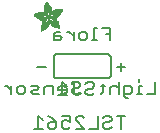
<source format=gbr>
G04 EAGLE Gerber RS-274X export*
G75*
%MOMM*%
%FSLAX34Y34*%
%LPD*%
%INSilkscreen Bottom*%
%IPPOS*%
%AMOC8*
5,1,8,0,0,1.08239X$1,22.5*%
G01*
%ADD10C,0.203200*%
%ADD11R,0.034300X0.003800*%
%ADD12R,0.057200X0.003800*%
%ADD13R,0.076200X0.003800*%
%ADD14R,0.091400X0.003800*%
%ADD15R,0.102900X0.003800*%
%ADD16R,0.114300X0.003900*%
%ADD17R,0.129500X0.003800*%
%ADD18R,0.137200X0.003800*%
%ADD19R,0.144800X0.003800*%
%ADD20R,0.152400X0.003800*%
%ADD21R,0.160000X0.003800*%
%ADD22R,0.171500X0.003800*%
%ADD23R,0.175300X0.003800*%
%ADD24R,0.182900X0.003800*%
%ADD25R,0.190500X0.003800*%
%ADD26R,0.194300X0.003900*%
%ADD27R,0.201900X0.003800*%
%ADD28R,0.209500X0.003800*%
%ADD29R,0.213400X0.003800*%
%ADD30R,0.221000X0.003800*%
%ADD31R,0.224800X0.003800*%
%ADD32R,0.232400X0.003800*%
%ADD33R,0.240000X0.003800*%
%ADD34R,0.243800X0.003800*%
%ADD35R,0.247600X0.003800*%
%ADD36R,0.255300X0.003900*%
%ADD37R,0.259100X0.003800*%
%ADD38R,0.262900X0.003800*%
%ADD39R,0.270500X0.003800*%
%ADD40R,0.274300X0.003800*%
%ADD41R,0.281900X0.003800*%
%ADD42R,0.285700X0.003800*%
%ADD43R,0.289500X0.003800*%
%ADD44R,0.297200X0.003800*%
%ADD45R,0.301000X0.003800*%
%ADD46R,0.304800X0.003900*%
%ADD47R,0.312400X0.003800*%
%ADD48R,0.316200X0.003800*%
%ADD49R,0.320000X0.003800*%
%ADD50R,0.327600X0.003800*%
%ADD51R,0.331500X0.003800*%
%ADD52R,0.339100X0.003800*%
%ADD53R,0.342900X0.003800*%
%ADD54R,0.346700X0.003800*%
%ADD55R,0.354300X0.003800*%
%ADD56R,0.358100X0.003900*%
%ADD57R,0.361900X0.003800*%
%ADD58R,0.369600X0.003800*%
%ADD59R,0.373400X0.003800*%
%ADD60R,0.377200X0.003800*%
%ADD61R,0.384800X0.003800*%
%ADD62R,0.388600X0.003800*%
%ADD63R,0.396200X0.003800*%
%ADD64R,0.400000X0.003800*%
%ADD65R,0.403800X0.003800*%
%ADD66R,0.411500X0.003900*%
%ADD67R,0.415300X0.003800*%
%ADD68R,0.419100X0.003800*%
%ADD69R,0.045700X0.003800*%
%ADD70R,0.426700X0.003800*%
%ADD71R,0.072400X0.003800*%
%ADD72R,0.430500X0.003800*%
%ADD73R,0.095300X0.003800*%
%ADD74R,0.438100X0.003800*%
%ADD75R,0.110500X0.003800*%
%ADD76R,0.441900X0.003800*%
%ADD77R,0.445800X0.003800*%
%ADD78R,0.144700X0.003800*%
%ADD79R,0.453400X0.003800*%
%ADD80R,0.457200X0.003800*%
%ADD81R,0.175300X0.003900*%
%ADD82R,0.461000X0.003900*%
%ADD83R,0.468600X0.003800*%
%ADD84R,0.205800X0.003800*%
%ADD85R,0.472400X0.003800*%
%ADD86R,0.217200X0.003800*%
%ADD87R,0.476200X0.003800*%
%ADD88R,0.483900X0.003800*%
%ADD89R,0.247700X0.003800*%
%ADD90R,0.487700X0.003800*%
%ADD91R,0.495300X0.003800*%
%ADD92R,0.499100X0.003800*%
%ADD93R,0.502900X0.003800*%
%ADD94R,0.510500X0.003800*%
%ADD95R,0.308600X0.003900*%
%ADD96R,0.514300X0.003900*%
%ADD97R,0.323800X0.003800*%
%ADD98R,0.518100X0.003800*%
%ADD99R,0.335300X0.003800*%
%ADD100R,0.525800X0.003800*%
%ADD101R,0.529600X0.003800*%
%ADD102R,0.358100X0.003800*%
%ADD103R,0.533400X0.003800*%
%ADD104R,0.537200X0.003800*%
%ADD105R,0.381000X0.003800*%
%ADD106R,0.544800X0.003800*%
%ADD107R,0.392400X0.003800*%
%ADD108R,0.548600X0.003800*%
%ADD109R,0.552400X0.003800*%
%ADD110R,0.556200X0.003800*%
%ADD111R,0.422900X0.003900*%
%ADD112R,0.560100X0.003900*%
%ADD113R,0.434300X0.003800*%
%ADD114R,0.563900X0.003800*%
%ADD115R,0.567700X0.003800*%
%ADD116R,0.461000X0.003800*%
%ADD117R,0.571500X0.003800*%
%ADD118R,0.575300X0.003800*%
%ADD119R,0.480100X0.003800*%
%ADD120R,0.579100X0.003800*%
%ADD121R,0.491500X0.003800*%
%ADD122R,0.582900X0.003800*%
%ADD123R,0.586700X0.003800*%
%ADD124R,0.510600X0.003800*%
%ADD125R,0.590500X0.003800*%
%ADD126R,0.522000X0.003800*%
%ADD127R,0.594300X0.003800*%
%ADD128R,0.533400X0.003900*%
%ADD129R,0.598200X0.003900*%
%ADD130R,0.541000X0.003800*%
%ADD131R,0.602000X0.003800*%
%ADD132R,0.552500X0.003800*%
%ADD133R,0.605800X0.003800*%
%ADD134R,0.560100X0.003800*%
%ADD135R,0.609600X0.003800*%
%ADD136R,0.613400X0.003800*%
%ADD137R,0.583000X0.003800*%
%ADD138R,0.617200X0.003800*%
%ADD139R,0.594400X0.003800*%
%ADD140R,0.621000X0.003800*%
%ADD141R,0.598200X0.003800*%
%ADD142R,0.624800X0.003800*%
%ADD143R,0.613500X0.003900*%
%ADD144R,0.628600X0.003900*%
%ADD145R,0.632400X0.003800*%
%ADD146R,0.628600X0.003800*%
%ADD147R,0.636300X0.003800*%
%ADD148R,0.640100X0.003800*%
%ADD149R,0.636200X0.003800*%
%ADD150R,0.643900X0.003800*%
%ADD151R,0.647700X0.003800*%
%ADD152R,0.651500X0.003800*%
%ADD153R,0.659100X0.003800*%
%ADD154R,0.659100X0.003900*%
%ADD155R,0.655300X0.003900*%
%ADD156R,0.662900X0.003800*%
%ADD157R,0.655300X0.003800*%
%ADD158R,0.670500X0.003800*%
%ADD159R,0.670600X0.003800*%
%ADD160R,0.674400X0.003800*%
%ADD161R,0.682000X0.003800*%
%ADD162R,0.666700X0.003800*%
%ADD163R,0.685800X0.003800*%
%ADD164R,0.689600X0.003800*%
%ADD165R,0.693400X0.003900*%
%ADD166R,0.674400X0.003900*%
%ADD167R,0.697200X0.003800*%
%ADD168R,0.678200X0.003800*%
%ADD169R,0.697300X0.003800*%
%ADD170R,0.701100X0.003800*%
%ADD171R,0.704900X0.003800*%
%ADD172R,0.708700X0.003800*%
%ADD173R,0.712500X0.003800*%
%ADD174R,0.716300X0.003800*%
%ADD175R,0.720100X0.003900*%
%ADD176R,0.689600X0.003900*%
%ADD177R,0.720000X0.003800*%
%ADD178R,0.693400X0.003800*%
%ADD179R,0.723900X0.003800*%
%ADD180R,0.727700X0.003800*%
%ADD181R,0.731500X0.003800*%
%ADD182R,0.701000X0.003800*%
%ADD183R,0.735300X0.003800*%
%ADD184R,0.731500X0.003900*%
%ADD185R,0.701000X0.003900*%
%ADD186R,0.704800X0.003800*%
%ADD187R,0.739100X0.003800*%
%ADD188R,0.743000X0.003800*%
%ADD189R,0.739200X0.003800*%
%ADD190R,0.743000X0.003900*%
%ADD191R,0.704800X0.003900*%
%ADD192R,0.746800X0.003800*%
%ADD193R,0.746800X0.003900*%
%ADD194R,0.742900X0.003800*%
%ADD195R,0.746700X0.003800*%
%ADD196R,0.746700X0.003900*%
%ADD197R,1.428800X0.003800*%
%ADD198R,1.424900X0.003800*%
%ADD199R,1.421100X0.003900*%
%ADD200R,1.421100X0.003800*%
%ADD201R,1.417300X0.003800*%
%ADD202R,1.413500X0.003800*%
%ADD203R,1.409700X0.003800*%
%ADD204R,1.405900X0.003800*%
%ADD205R,1.402100X0.003800*%
%ADD206R,1.398300X0.003800*%
%ADD207R,0.983000X0.003900*%
%ADD208R,0.384800X0.003900*%
%ADD209R,0.971600X0.003800*%
%ADD210R,0.963900X0.003800*%
%ADD211R,0.956300X0.003800*%
%ADD212R,0.365800X0.003800*%
%ADD213R,0.952500X0.003800*%
%ADD214R,0.941000X0.003800*%
%ADD215R,0.358200X0.003800*%
%ADD216R,0.937200X0.003800*%
%ADD217R,0.933400X0.003800*%
%ADD218R,0.354400X0.003800*%
%ADD219R,0.925800X0.003800*%
%ADD220R,0.350500X0.003800*%
%ADD221R,0.922000X0.003800*%
%ADD222R,0.918200X0.003900*%
%ADD223R,0.346700X0.003900*%
%ADD224R,0.910600X0.003800*%
%ADD225R,0.906800X0.003800*%
%ADD226R,0.903000X0.003800*%
%ADD227R,0.339000X0.003800*%
%ADD228R,0.895300X0.003800*%
%ADD229R,0.335200X0.003800*%
%ADD230R,0.887700X0.003800*%
%ADD231R,0.883900X0.003800*%
%ADD232R,0.331400X0.003800*%
%ADD233R,0.880100X0.003800*%
%ADD234R,0.876300X0.003800*%
%ADD235R,0.468600X0.003900*%
%ADD236R,0.396200X0.003900*%
%ADD237R,0.323800X0.003900*%
%ADD238R,0.449600X0.003800*%
%ADD239R,0.323900X0.003800*%
%ADD240R,0.442000X0.003800*%
%ADD241R,0.434400X0.003800*%
%ADD242R,0.320100X0.003800*%
%ADD243R,0.316300X0.003800*%
%ADD244R,0.426800X0.003800*%
%ADD245R,0.327700X0.003800*%
%ADD246R,0.312500X0.003800*%
%ADD247R,0.422900X0.003800*%
%ADD248R,0.308600X0.003800*%
%ADD249R,0.293400X0.003800*%
%ADD250R,0.304800X0.003800*%
%ADD251R,0.419100X0.003900*%
%ADD252R,0.285700X0.003900*%
%ADD253R,0.301000X0.003900*%
%ADD254R,0.411500X0.003800*%
%ADD255R,0.407700X0.003800*%
%ADD256R,0.289600X0.003800*%
%ADD257R,0.285800X0.003800*%
%ADD258R,0.403900X0.003800*%
%ADD259R,0.228600X0.003800*%
%ADD260R,0.403900X0.003900*%
%ADD261R,0.221000X0.003900*%
%ADD262R,0.278100X0.003900*%
%ADD263R,0.400100X0.003800*%
%ADD264R,0.209600X0.003800*%
%ADD265R,0.266700X0.003800*%
%ADD266R,0.038100X0.003800*%
%ADD267R,0.194300X0.003800*%
%ADD268R,0.148600X0.003800*%
%ADD269R,0.259000X0.003800*%
%ADD270R,0.182800X0.003800*%
%ADD271R,0.186700X0.003800*%
%ADD272R,0.251400X0.003800*%
%ADD273R,0.179100X0.003800*%
%ADD274R,0.236200X0.003800*%
%ADD275R,0.243900X0.003900*%
%ADD276R,0.282000X0.003900*%
%ADD277R,0.167700X0.003800*%
%ADD278R,0.236300X0.003800*%
%ADD279R,0.396300X0.003800*%
%ADD280R,0.163900X0.003800*%
%ADD281R,0.392500X0.003800*%
%ADD282R,0.160100X0.003800*%
%ADD283R,0.586800X0.003800*%
%ADD284R,0.148500X0.003800*%
%ADD285R,0.140900X0.003800*%
%ADD286R,0.392400X0.003900*%
%ADD287R,0.140900X0.003900*%
%ADD288R,0.647700X0.003900*%
%ADD289R,0.133300X0.003800*%
%ADD290R,0.674300X0.003800*%
%ADD291R,0.388700X0.003800*%
%ADD292R,0.125700X0.003800*%
%ADD293R,0.121900X0.003800*%
%ADD294R,0.720100X0.003800*%
%ADD295R,0.118100X0.003800*%
%ADD296R,0.118100X0.003900*%
%ADD297R,0.739100X0.003900*%
%ADD298R,0.114300X0.003800*%
%ADD299R,0.754400X0.003800*%
%ADD300R,0.765800X0.003800*%
%ADD301R,0.773400X0.003800*%
%ADD302R,0.784800X0.003800*%
%ADD303R,0.118200X0.003800*%
%ADD304R,0.792500X0.003800*%
%ADD305R,0.803900X0.003800*%
%ADD306R,0.122000X0.003800*%
%ADD307R,0.815400X0.003800*%
%ADD308R,0.125800X0.003800*%
%ADD309R,0.826800X0.003800*%
%ADD310R,0.369500X0.003900*%
%ADD311R,0.133400X0.003900*%
%ADD312R,0.842000X0.003900*%
%ADD313R,0.365700X0.003800*%
%ADD314R,1.009700X0.003800*%
%ADD315R,1.013500X0.003800*%
%ADD316R,0.362000X0.003800*%
%ADD317R,1.024900X0.003800*%
%ADD318R,1.028700X0.003800*%
%ADD319R,1.036300X0.003800*%
%ADD320R,1.047800X0.003800*%
%ADD321R,1.055400X0.003800*%
%ADD322R,1.070600X0.003800*%
%ADD323R,0.030500X0.003800*%
%ADD324R,1.436400X0.003800*%
%ADD325R,1.562100X0.003900*%
%ADD326R,1.588700X0.003800*%
%ADD327R,1.607800X0.003800*%
%ADD328R,1.626900X0.003800*%
%ADD329R,1.642100X0.003800*%
%ADD330R,1.657400X0.003800*%
%ADD331R,1.676400X0.003800*%
%ADD332R,1.687800X0.003800*%
%ADD333R,1.703000X0.003800*%
%ADD334R,1.714500X0.003800*%
%ADD335R,1.726000X0.003900*%
%ADD336R,1.741200X0.003800*%
%ADD337R,0.914400X0.003800*%
%ADD338R,0.769600X0.003800*%
%ADD339R,0.884000X0.003800*%
%ADD340R,0.712400X0.003800*%
%ADD341R,0.880100X0.003900*%
%ADD342R,0.887800X0.003800*%
%ADD343R,0.891600X0.003800*%
%ADD344R,0.895400X0.003800*%
%ADD345R,0.251500X0.003800*%
%ADD346R,0.579200X0.003900*%
%ADD347R,0.243900X0.003800*%
%ADD348R,0.556300X0.003800*%
%ADD349R,0.255200X0.003800*%
%ADD350R,0.529500X0.003800*%
%ADD351R,0.731600X0.003800*%
%ADD352R,0.525800X0.003900*%
%ADD353R,0.281900X0.003900*%
%ADD354R,0.735400X0.003900*%
%ADD355R,0.300900X0.003800*%
%ADD356R,0.762000X0.003800*%
%ADD357R,0.518200X0.003800*%
%ADD358R,0.350600X0.003800*%
%ADD359R,0.796300X0.003800*%
%ADD360R,0.807800X0.003800*%
%ADD361R,0.506700X0.003800*%
%ADD362R,0.849600X0.003800*%
%ADD363R,0.506700X0.003900*%
%ADD364R,1.371600X0.003900*%
%ADD365R,1.207800X0.003800*%
%ADD366R,0.503000X0.003800*%
%ADD367R,0.141000X0.003800*%
%ADD368R,1.203900X0.003800*%
%ADD369R,1.204000X0.003800*%
%ADD370R,1.200200X0.003800*%
%ADD371R,0.499100X0.003900*%
%ADD372R,0.156200X0.003900*%
%ADD373R,1.196400X0.003900*%
%ADD374R,1.196400X0.003800*%
%ADD375R,0.163800X0.003800*%
%ADD376R,0.167600X0.003800*%
%ADD377R,1.192500X0.003800*%
%ADD378R,0.499200X0.003800*%
%ADD379R,1.188700X0.003800*%
%ADD380R,0.506800X0.003800*%
%ADD381R,1.184900X0.003800*%
%ADD382R,0.510600X0.003900*%
%ADD383R,0.209600X0.003900*%
%ADD384R,1.181100X0.003900*%
%ADD385R,0.514400X0.003800*%
%ADD386R,1.181100X0.003800*%
%ADD387R,1.177300X0.003800*%
%ADD388R,0.240100X0.003800*%
%ADD389R,1.173500X0.003800*%
%ADD390R,1.169700X0.003800*%
%ADD391R,1.165900X0.003800*%
%ADD392R,1.162100X0.003800*%
%ADD393R,0.929700X0.003900*%
%ADD394R,1.162100X0.003900*%
%ADD395R,0.929700X0.003800*%
%ADD396R,1.154500X0.003800*%
%ADD397R,0.933500X0.003800*%
%ADD398R,1.150600X0.003800*%
%ADD399R,0.937300X0.003800*%
%ADD400R,1.146800X0.003800*%
%ADD401R,0.941100X0.003800*%
%ADD402R,1.139200X0.003800*%
%ADD403R,0.944900X0.003800*%
%ADD404R,1.135400X0.003800*%
%ADD405R,0.948700X0.003800*%
%ADD406R,1.127800X0.003800*%
%ADD407R,1.124000X0.003800*%
%ADD408R,1.116400X0.003800*%
%ADD409R,0.956300X0.003900*%
%ADD410R,1.104900X0.003900*%
%ADD411R,0.960100X0.003800*%
%ADD412R,1.093500X0.003800*%
%ADD413R,1.085900X0.003800*%
%ADD414R,0.967800X0.003800*%
%ADD415R,1.074500X0.003800*%
%ADD416R,1.063000X0.003800*%
%ADD417R,0.975400X0.003800*%
%ADD418R,1.036400X0.003800*%
%ADD419R,0.979200X0.003800*%
%ADD420R,1.021000X0.003800*%
%ADD421R,0.983000X0.003800*%
%ADD422R,1.009600X0.003800*%
%ADD423R,0.986800X0.003800*%
%ADD424R,0.998200X0.003800*%
%ADD425R,0.990600X0.003900*%
%ADD426R,0.986700X0.003900*%
%ADD427R,0.994400X0.003800*%
%ADD428R,0.975300X0.003800*%
%ADD429R,0.948600X0.003800*%
%ADD430R,1.002000X0.003800*%
%ADD431R,0.213300X0.003800*%
%ADD432R,0.217100X0.003800*%
%ADD433R,1.017300X0.003800*%
%ADD434R,0.666800X0.003800*%
%ADD435R,0.220900X0.003800*%
%ADD436R,1.028700X0.003900*%
%ADD437R,0.224700X0.003900*%
%ADD438R,1.032500X0.003800*%
%ADD439R,1.040100X0.003800*%
%ADD440R,1.043900X0.003800*%
%ADD441R,0.548700X0.003800*%
%ADD442R,1.051500X0.003800*%
%ADD443R,1.055300X0.003800*%
%ADD444R,1.059100X0.003800*%
%ADD445R,1.062900X0.003800*%
%ADD446R,0.255300X0.003800*%
%ADD447R,1.066800X0.003900*%
%ADD448R,0.259100X0.003900*%
%ADD449R,0.457200X0.003900*%
%ADD450R,0.423000X0.003800*%
%ADD451R,1.082100X0.003800*%
%ADD452R,0.274400X0.003800*%
%ADD453R,0.278200X0.003800*%
%ADD454R,1.101100X0.003800*%
%ADD455R,0.278100X0.003800*%
%ADD456R,0.876300X0.003900*%
%ADD457R,0.236200X0.003900*%
%ADD458R,0.289600X0.003900*%
%ADD459R,0.247700X0.003900*%
%ADD460R,0.049500X0.003800*%
%ADD461R,0.640100X0.003900*%
%ADD462R,0.659200X0.003800*%
%ADD463R,0.663000X0.003800*%
%ADD464R,0.872500X0.003900*%
%ADD465R,0.666800X0.003900*%
%ADD466R,0.872500X0.003800*%
%ADD467R,0.868700X0.003800*%
%ADD468R,0.864900X0.003800*%
%ADD469R,0.861100X0.003800*%
%ADD470R,0.857300X0.003800*%
%ADD471R,0.853400X0.003800*%
%ADD472R,0.845800X0.003800*%
%ADD473R,0.682000X0.003900*%
%ADD474R,0.842000X0.003800*%
%ADD475R,0.834400X0.003800*%
%ADD476R,0.823000X0.003800*%
%ADD477R,0.815300X0.003800*%
%ADD478R,0.811500X0.003800*%
%ADD479R,0.788700X0.003800*%
%ADD480R,0.777300X0.003900*%
%ADD481R,0.750600X0.003800*%
%ADD482R,0.735400X0.003800*%
%ADD483R,0.727800X0.003800*%
%ADD484R,0.628700X0.003800*%
%ADD485R,0.575400X0.003800*%
%ADD486R,0.670600X0.003900*%
%ADD487R,0.655400X0.003800*%
%ADD488R,0.651500X0.003900*%
%ADD489R,0.624800X0.003900*%
%ADD490R,0.594400X0.003900*%
%ADD491R,0.563900X0.003900*%
%ADD492R,0.541100X0.003800*%
%ADD493R,0.537300X0.003800*%
%ADD494R,0.525700X0.003800*%
%ADD495R,0.525700X0.003900*%
%ADD496R,0.514300X0.003800*%
%ADD497R,0.480100X0.003900*%
%ADD498R,0.464800X0.003800*%
%ADD499R,0.442000X0.003900*%
%ADD500R,0.438200X0.003800*%
%ADD501R,0.430600X0.003800*%
%ADD502R,0.407600X0.003800*%
%ADD503R,0.403800X0.003900*%
%ADD504R,0.365700X0.003900*%
%ADD505R,0.327700X0.003900*%
%ADD506R,0.243800X0.003900*%
%ADD507R,0.205800X0.003900*%
%ADD508R,0.198100X0.003800*%
%ADD509R,0.163800X0.003900*%
%ADD510R,0.137100X0.003800*%
%ADD511R,0.091500X0.003900*%
%ADD512R,0.060900X0.003800*%
%ADD513C,0.152400*%
%ADD514C,0.127000*%


D10*
X33055Y-44114D02*
X33055Y-33437D01*
X36614Y-33437D02*
X29496Y-33437D01*
X19581Y-33437D02*
X17802Y-35216D01*
X19581Y-33437D02*
X23141Y-33437D01*
X24920Y-35216D01*
X24920Y-36996D01*
X23141Y-38775D01*
X19581Y-38775D01*
X17802Y-40555D01*
X17802Y-42335D01*
X19581Y-44114D01*
X23141Y-44114D01*
X24920Y-42335D01*
X13226Y-44114D02*
X13226Y-33437D01*
X13226Y-44114D02*
X6108Y-44114D01*
X1532Y-44114D02*
X-5586Y-44114D01*
X1532Y-44114D02*
X-5586Y-36996D01*
X-5586Y-35216D01*
X-3806Y-33437D01*
X-247Y-33437D01*
X1532Y-35216D01*
X-10162Y-33437D02*
X-17280Y-33437D01*
X-10162Y-33437D02*
X-10162Y-38775D01*
X-13721Y-36996D01*
X-15500Y-36996D01*
X-17280Y-38775D01*
X-17280Y-42335D01*
X-15500Y-44114D01*
X-11941Y-44114D01*
X-10162Y-42335D01*
X-25415Y-35216D02*
X-28974Y-33437D01*
X-25415Y-35216D02*
X-21856Y-38775D01*
X-21856Y-42335D01*
X-23635Y-44114D01*
X-27194Y-44114D01*
X-28974Y-42335D01*
X-28974Y-40555D01*
X-27194Y-38775D01*
X-21856Y-38775D01*
X-33550Y-36996D02*
X-37109Y-33437D01*
X-37109Y-44114D01*
X-33550Y-44114D02*
X-40668Y-44114D01*
X23914Y30816D02*
X23914Y41493D01*
X16796Y41493D01*
X20355Y36155D02*
X23914Y36155D01*
X12220Y41493D02*
X10441Y41493D01*
X10441Y30816D01*
X12220Y30816D02*
X8661Y30816D01*
X2645Y30816D02*
X-915Y30816D01*
X-2694Y32596D01*
X-2694Y36155D01*
X-915Y37934D01*
X2645Y37934D01*
X4424Y36155D01*
X4424Y32596D01*
X2645Y30816D01*
X-7270Y30816D02*
X-7270Y37934D01*
X-7270Y34375D02*
X-10829Y37934D01*
X-12608Y37934D01*
X-18794Y37934D02*
X-22353Y37934D01*
X-24133Y36155D01*
X-24133Y30816D01*
X-18794Y30816D01*
X-17015Y32596D01*
X-18794Y34375D01*
X-24133Y34375D01*
X62014Y-4227D02*
X62014Y-14904D01*
X54896Y-14904D01*
X50320Y-7786D02*
X48541Y-7786D01*
X48541Y-14904D01*
X50320Y-14904D02*
X46761Y-14904D01*
X48541Y-4227D02*
X48541Y-2447D01*
X38965Y-18463D02*
X37186Y-18463D01*
X35406Y-16684D01*
X35406Y-7786D01*
X40745Y-7786D01*
X42524Y-9565D01*
X42524Y-13125D01*
X40745Y-14904D01*
X35406Y-14904D01*
X30830Y-14904D02*
X30830Y-4227D01*
X29051Y-7786D02*
X30830Y-9565D01*
X29051Y-7786D02*
X25492Y-7786D01*
X23712Y-9565D01*
X23712Y-14904D01*
X17357Y-13125D02*
X17357Y-6006D01*
X17357Y-13125D02*
X15577Y-14904D01*
X15577Y-7786D02*
X19136Y-7786D01*
X-6825Y-4227D02*
X-8604Y-6006D01*
X-6825Y-4227D02*
X-3266Y-4227D01*
X-1486Y-6006D01*
X-1486Y-7786D01*
X-3266Y-9565D01*
X-6825Y-9565D01*
X-8604Y-11345D01*
X-8604Y-13125D01*
X-6825Y-14904D01*
X-3266Y-14904D01*
X-1486Y-13125D01*
X-14959Y-14904D02*
X-18519Y-14904D01*
X-14959Y-14904D02*
X-13180Y-13125D01*
X-13180Y-9565D01*
X-14959Y-7786D01*
X-18519Y-7786D01*
X-20298Y-9565D01*
X-20298Y-11345D01*
X-13180Y-11345D01*
X-24874Y-14904D02*
X-24874Y-7786D01*
X-30213Y-7786D01*
X-31992Y-9565D01*
X-31992Y-14904D01*
X-36568Y-14904D02*
X-41906Y-14904D01*
X-43686Y-13125D01*
X-41906Y-11345D01*
X-38347Y-11345D01*
X-36568Y-9565D01*
X-38347Y-7786D01*
X-43686Y-7786D01*
X-50041Y-14904D02*
X-53600Y-14904D01*
X-55380Y-13125D01*
X-55380Y-9565D01*
X-53600Y-7786D01*
X-50041Y-7786D01*
X-48262Y-9565D01*
X-48262Y-13125D01*
X-50041Y-14904D01*
X-59956Y-14904D02*
X-59956Y-7786D01*
X-59956Y-11345D02*
X-63515Y-7786D01*
X-65294Y-7786D01*
X-37814Y8215D02*
X-30696Y8215D01*
X29496Y8215D02*
X36614Y8215D01*
X33055Y11774D02*
X33055Y4656D01*
D11*
X-33579Y38100D03*
D12*
X-33579Y38138D03*
D13*
X-33560Y38176D03*
D14*
X-33560Y38214D03*
D15*
X-33579Y38252D03*
D16*
X-33560Y38291D03*
D17*
X-33560Y38329D03*
D18*
X-33560Y38367D03*
D19*
X-33560Y38405D03*
D20*
X-33522Y38443D03*
D21*
X-33522Y38481D03*
D22*
X-33503Y38519D03*
D23*
X-33484Y38557D03*
D24*
X-33484Y38595D03*
D25*
X-33446Y38633D03*
D26*
X-33427Y38672D03*
D27*
X-33427Y38710D03*
D28*
X-33389Y38748D03*
D29*
X-33369Y38786D03*
D30*
X-33331Y38824D03*
D31*
X-33312Y38862D03*
D32*
X-33312Y38900D03*
D33*
X-33274Y38938D03*
D34*
X-33255Y38976D03*
D35*
X-33236Y39014D03*
D36*
X-33198Y39053D03*
D37*
X-33179Y39091D03*
D38*
X-33160Y39129D03*
D39*
X-33122Y39167D03*
D40*
X-33103Y39205D03*
D41*
X-33065Y39243D03*
D42*
X-33046Y39281D03*
D43*
X-33027Y39319D03*
D44*
X-32988Y39357D03*
D45*
X-32969Y39395D03*
D46*
X-32950Y39434D03*
D47*
X-32912Y39472D03*
D48*
X-32893Y39510D03*
D49*
X-32874Y39548D03*
D50*
X-32836Y39586D03*
D51*
X-32817Y39624D03*
D52*
X-32779Y39662D03*
D53*
X-32760Y39700D03*
D54*
X-32741Y39738D03*
D55*
X-32703Y39776D03*
D56*
X-32684Y39815D03*
D57*
X-32665Y39853D03*
D58*
X-32626Y39891D03*
D59*
X-32607Y39929D03*
D60*
X-32588Y39967D03*
D61*
X-32550Y40005D03*
D62*
X-32531Y40043D03*
D63*
X-32493Y40081D03*
D64*
X-32474Y40119D03*
D65*
X-32455Y40157D03*
D66*
X-32417Y40196D03*
D67*
X-32398Y40234D03*
D68*
X-32379Y40272D03*
D69*
X-19616Y40310D03*
D70*
X-32341Y40310D03*
D71*
X-19634Y40348D03*
D72*
X-32322Y40348D03*
D73*
X-19673Y40386D03*
D74*
X-32284Y40386D03*
D75*
X-19711Y40424D03*
D76*
X-32265Y40424D03*
D17*
X-19730Y40462D03*
D77*
X-32245Y40462D03*
D78*
X-19768Y40500D03*
D79*
X-32207Y40500D03*
D21*
X-19806Y40538D03*
D80*
X-32188Y40538D03*
D81*
X-19844Y40577D03*
D82*
X-32169Y40577D03*
D25*
X-19882Y40615D03*
D83*
X-32131Y40615D03*
D84*
X-19920Y40653D03*
D85*
X-32112Y40653D03*
D86*
X-19977Y40691D03*
D87*
X-32093Y40691D03*
D32*
X-20015Y40729D03*
D88*
X-32055Y40729D03*
D89*
X-20054Y40767D03*
D90*
X-32036Y40767D03*
D37*
X-20111Y40805D03*
D91*
X-31998Y40805D03*
D40*
X-20149Y40843D03*
D92*
X-31979Y40843D03*
D42*
X-20206Y40881D03*
D93*
X-31960Y40881D03*
D44*
X-20263Y40919D03*
D94*
X-31922Y40919D03*
D95*
X-20320Y40958D03*
D96*
X-31903Y40958D03*
D97*
X-20358Y40996D03*
D98*
X-31884Y40996D03*
D99*
X-20416Y41034D03*
D100*
X-31845Y41034D03*
D54*
X-20473Y41072D03*
D101*
X-31826Y41072D03*
D102*
X-20530Y41110D03*
D103*
X-31807Y41110D03*
D58*
X-20587Y41148D03*
D104*
X-31788Y41148D03*
D105*
X-20644Y41186D03*
D106*
X-31750Y41186D03*
D107*
X-20701Y41224D03*
D108*
X-31731Y41224D03*
D65*
X-20758Y41262D03*
D109*
X-31712Y41262D03*
D67*
X-20816Y41300D03*
D110*
X-31693Y41300D03*
D111*
X-20892Y41339D03*
D112*
X-31674Y41339D03*
D113*
X-20949Y41377D03*
D114*
X-31655Y41377D03*
D77*
X-21006Y41415D03*
D115*
X-31636Y41415D03*
D116*
X-21082Y41453D03*
D117*
X-31617Y41453D03*
D85*
X-21139Y41491D03*
D118*
X-31598Y41491D03*
D119*
X-21216Y41529D03*
D120*
X-31579Y41529D03*
D121*
X-21273Y41567D03*
D122*
X-31560Y41567D03*
D93*
X-21330Y41605D03*
D123*
X-31541Y41605D03*
D124*
X-21406Y41643D03*
D125*
X-31522Y41643D03*
D126*
X-21463Y41681D03*
D127*
X-31503Y41681D03*
D128*
X-21520Y41720D03*
D129*
X-31483Y41720D03*
D130*
X-21596Y41758D03*
D131*
X-31464Y41758D03*
D132*
X-21654Y41796D03*
D133*
X-31445Y41796D03*
D134*
X-21692Y41834D03*
D133*
X-31445Y41834D03*
D117*
X-21749Y41872D03*
D135*
X-31426Y41872D03*
D118*
X-21806Y41910D03*
D136*
X-31407Y41910D03*
D137*
X-21844Y41948D03*
D138*
X-31388Y41948D03*
D139*
X-21901Y41986D03*
D140*
X-31369Y41986D03*
D141*
X-21958Y42024D03*
D140*
X-31369Y42024D03*
D133*
X-21996Y42062D03*
D142*
X-31350Y42062D03*
D143*
X-22035Y42101D03*
D144*
X-31331Y42101D03*
D136*
X-22073Y42139D03*
D145*
X-31312Y42139D03*
D140*
X-22111Y42177D03*
D145*
X-31312Y42177D03*
D146*
X-22149Y42215D03*
D147*
X-31293Y42215D03*
D145*
X-22206Y42253D03*
D148*
X-31274Y42253D03*
D149*
X-22225Y42291D03*
D150*
X-31255Y42291D03*
X-22264Y42329D03*
X-31255Y42329D03*
D151*
X-22321Y42367D03*
X-31236Y42367D03*
D152*
X-22340Y42405D03*
X-31217Y42405D03*
D153*
X-22378Y42443D03*
D152*
X-31217Y42443D03*
D154*
X-22416Y42482D03*
D155*
X-31198Y42482D03*
D156*
X-22435Y42520D03*
D157*
X-31198Y42520D03*
D158*
X-22473Y42558D03*
D153*
X-31179Y42558D03*
D159*
X-22511Y42596D03*
D156*
X-31160Y42596D03*
D160*
X-22530Y42634D03*
D156*
X-31160Y42634D03*
D161*
X-22568Y42672D03*
D162*
X-31141Y42672D03*
D161*
X-22606Y42710D03*
D162*
X-31141Y42710D03*
D163*
X-22625Y42748D03*
D158*
X-31122Y42748D03*
D164*
X-22644Y42786D03*
D158*
X-31122Y42786D03*
D164*
X-22682Y42824D03*
D160*
X-31102Y42824D03*
D165*
X-22701Y42863D03*
D166*
X-31102Y42863D03*
D167*
X-22720Y42901D03*
D168*
X-31083Y42901D03*
D169*
X-22759Y42939D03*
D168*
X-31083Y42939D03*
D170*
X-22778Y42977D03*
D168*
X-31083Y42977D03*
D171*
X-22797Y43015D03*
D161*
X-31064Y43015D03*
D171*
X-22835Y43053D03*
D161*
X-31064Y43053D03*
D172*
X-22854Y43091D03*
D163*
X-31045Y43091D03*
D173*
X-22873Y43129D03*
D163*
X-31045Y43129D03*
D173*
X-22911Y43167D03*
D163*
X-31045Y43167D03*
D174*
X-22930Y43205D03*
D164*
X-31026Y43205D03*
D175*
X-22949Y43244D03*
D176*
X-31026Y43244D03*
D177*
X-22987Y43282D03*
D178*
X-31007Y43282D03*
D179*
X-23007Y43320D03*
D178*
X-31007Y43320D03*
D179*
X-23007Y43358D03*
D178*
X-31007Y43358D03*
D179*
X-23045Y43396D03*
D178*
X-31007Y43396D03*
D180*
X-23064Y43434D03*
D167*
X-30988Y43434D03*
D181*
X-23083Y43472D03*
D167*
X-30988Y43472D03*
D180*
X-23102Y43510D03*
D167*
X-30988Y43510D03*
D181*
X-23121Y43548D03*
D182*
X-30969Y43548D03*
D183*
X-23140Y43586D03*
D182*
X-30969Y43586D03*
D184*
X-23159Y43625D03*
D185*
X-30969Y43625D03*
D183*
X-23178Y43663D03*
D182*
X-30969Y43663D03*
D183*
X-23178Y43701D03*
D186*
X-30950Y43701D03*
D183*
X-23216Y43739D03*
D182*
X-30931Y43739D03*
D187*
X-23235Y43777D03*
D182*
X-30931Y43777D03*
D187*
X-23235Y43815D03*
D182*
X-30931Y43815D03*
D187*
X-23273Y43853D03*
D182*
X-30931Y43853D03*
D187*
X-23273Y43891D03*
D182*
X-30931Y43891D03*
D188*
X-23292Y43929D03*
D186*
X-30912Y43929D03*
D189*
X-23311Y43967D03*
D186*
X-30912Y43967D03*
D190*
X-23330Y44006D03*
D191*
X-30912Y44006D03*
D188*
X-23330Y44044D03*
D186*
X-30912Y44044D03*
D188*
X-23368Y44082D03*
D186*
X-30912Y44082D03*
D188*
X-23368Y44120D03*
D186*
X-30912Y44120D03*
D188*
X-23368Y44158D03*
D186*
X-30912Y44158D03*
D188*
X-23406Y44196D03*
D182*
X-30893Y44196D03*
D188*
X-23406Y44234D03*
D182*
X-30893Y44234D03*
D192*
X-23425Y44272D03*
D182*
X-30893Y44272D03*
D188*
X-23444Y44310D03*
D182*
X-30893Y44310D03*
D188*
X-23444Y44348D03*
D182*
X-30893Y44348D03*
D193*
X-23463Y44387D03*
D185*
X-30893Y44387D03*
D194*
X-23483Y44425D03*
D182*
X-30893Y44425D03*
D194*
X-23483Y44463D03*
D167*
X-30874Y44463D03*
D195*
X-23502Y44501D03*
D167*
X-30874Y44501D03*
D194*
X-23521Y44539D03*
D167*
X-30874Y44539D03*
D194*
X-23521Y44577D03*
D167*
X-30874Y44577D03*
D194*
X-23521Y44615D03*
D167*
X-30874Y44615D03*
D195*
X-23540Y44653D03*
D178*
X-30855Y44653D03*
D194*
X-23559Y44691D03*
D178*
X-30855Y44691D03*
D194*
X-23559Y44729D03*
D178*
X-30855Y44729D03*
D196*
X-23578Y44768D03*
D165*
X-30855Y44768D03*
D194*
X-23597Y44806D03*
D164*
X-30836Y44806D03*
D194*
X-23597Y44844D03*
D164*
X-30836Y44844D03*
D195*
X-23616Y44882D03*
D164*
X-30836Y44882D03*
D194*
X-23635Y44920D03*
D164*
X-30836Y44920D03*
D194*
X-23635Y44958D03*
D163*
X-30817Y44958D03*
D194*
X-23635Y44996D03*
D163*
X-30817Y44996D03*
D197*
X-27102Y45034D03*
X-27102Y45072D03*
D198*
X-27083Y45110D03*
D199*
X-27102Y45149D03*
D200*
X-27102Y45187D03*
D201*
X-27083Y45225D03*
D202*
X-27102Y45263D03*
X-27102Y45301D03*
D203*
X-27083Y45339D03*
D204*
X-27102Y45377D03*
X-27102Y45415D03*
D205*
X-27083Y45453D03*
D206*
X-27102Y45491D03*
D207*
X-25025Y45530D03*
D208*
X-32131Y45530D03*
D209*
X-24968Y45568D03*
D60*
X-32169Y45568D03*
D210*
X-24969Y45606D03*
D59*
X-32188Y45606D03*
D211*
X-24931Y45644D03*
D212*
X-32188Y45644D03*
D213*
X-24912Y45682D03*
D212*
X-32188Y45682D03*
D214*
X-24892Y45720D03*
D215*
X-32188Y45720D03*
D216*
X-24873Y45758D03*
D215*
X-32188Y45758D03*
D217*
X-24854Y45796D03*
D218*
X-32169Y45796D03*
D219*
X-24854Y45834D03*
D220*
X-32189Y45834D03*
D221*
X-24835Y45872D03*
D54*
X-32170Y45872D03*
D222*
X-24816Y45911D03*
D223*
X-32170Y45911D03*
D224*
X-24816Y45949D03*
D53*
X-32151Y45949D03*
D225*
X-24797Y45987D03*
D53*
X-32151Y45987D03*
D226*
X-24778Y46025D03*
D227*
X-32131Y46025D03*
D228*
X-24778Y46063D03*
D227*
X-32131Y46063D03*
D228*
X-24778Y46101D03*
D229*
X-32112Y46101D03*
D230*
X-24778Y46139D03*
D229*
X-32112Y46139D03*
D231*
X-24759Y46177D03*
D232*
X-32093Y46177D03*
D233*
X-24740Y46215D03*
D50*
X-32074Y46215D03*
D234*
X-24759Y46253D03*
D50*
X-32074Y46253D03*
D235*
X-22720Y46292D03*
D236*
X-27121Y46292D03*
D237*
X-32055Y46292D03*
D238*
X-22663Y46330D03*
D58*
X-27216Y46330D03*
D239*
X-32017Y46330D03*
D240*
X-22625Y46368D03*
D102*
X-27274Y46368D03*
D239*
X-32017Y46368D03*
D241*
X-22625Y46406D03*
D54*
X-27293Y46406D03*
D242*
X-31998Y46406D03*
D241*
X-22625Y46444D03*
D99*
X-27312Y46444D03*
D243*
X-31979Y46444D03*
D244*
X-22625Y46482D03*
D245*
X-27350Y46482D03*
D246*
X-31960Y46482D03*
D244*
X-22625Y46520D03*
D243*
X-27369Y46520D03*
D246*
X-31960Y46520D03*
D247*
X-22645Y46558D03*
D248*
X-27407Y46558D03*
D246*
X-31922Y46558D03*
D247*
X-22645Y46596D03*
D45*
X-27407Y46596D03*
D248*
X-31902Y46596D03*
D68*
X-22664Y46634D03*
D249*
X-27445Y46634D03*
D250*
X-31883Y46634D03*
D251*
X-22664Y46673D03*
D252*
X-27445Y46673D03*
D253*
X-31864Y46673D03*
D67*
X-22683Y46711D03*
D40*
X-27464Y46711D03*
D45*
X-31826Y46711D03*
D67*
X-22683Y46749D03*
D39*
X-27483Y46749D03*
D44*
X-31807Y46749D03*
D254*
X-22702Y46787D03*
D38*
X-27483Y46787D03*
D249*
X-31788Y46787D03*
D254*
X-22702Y46825D03*
D37*
X-27502Y46825D03*
D249*
X-31750Y46825D03*
D255*
X-22721Y46863D03*
D35*
X-27521Y46863D03*
D256*
X-31731Y46863D03*
D255*
X-22759Y46901D03*
D34*
X-27540Y46901D03*
D257*
X-31712Y46901D03*
D255*
X-22759Y46939D03*
D33*
X-27559Y46939D03*
D257*
X-31674Y46939D03*
D258*
X-22778Y46977D03*
D32*
X-27559Y46977D03*
D41*
X-31655Y46977D03*
D255*
X-22797Y47015D03*
D259*
X-27578Y47015D03*
D41*
X-31617Y47015D03*
D260*
X-22816Y47054D03*
D261*
X-27578Y47054D03*
D262*
X-31598Y47054D03*
D263*
X-22835Y47092D03*
D86*
X-27597Y47092D03*
D39*
X-31560Y47092D03*
D258*
X-22854Y47130D03*
D264*
X-27597Y47130D03*
D39*
X-31522Y47130D03*
D263*
X-22873Y47168D03*
D84*
X-27616Y47168D03*
D265*
X-31503Y47168D03*
D266*
X-33979Y47168D03*
D64*
X-22911Y47206D03*
D27*
X-27636Y47206D03*
D38*
X-31446Y47206D03*
D75*
X-33998Y47206D03*
D64*
X-22911Y47244D03*
D267*
X-27636Y47244D03*
D37*
X-31427Y47244D03*
D268*
X-33998Y47244D03*
D64*
X-22949Y47282D03*
D25*
X-27655Y47282D03*
D269*
X-31388Y47282D03*
D270*
X-34017Y47282D03*
D63*
X-22968Y47320D03*
D271*
X-27674Y47320D03*
D272*
X-31350Y47320D03*
D29*
X-34017Y47320D03*
D63*
X-23006Y47358D03*
D273*
X-27674Y47358D03*
D272*
X-31312Y47358D03*
D274*
X-34017Y47358D03*
D64*
X-23025Y47396D03*
D273*
X-27674Y47396D03*
D34*
X-31274Y47396D03*
D269*
X-34017Y47396D03*
D236*
X-23044Y47435D03*
D81*
X-27693Y47435D03*
D275*
X-31236Y47435D03*
D276*
X-34017Y47435D03*
D63*
X-23082Y47473D03*
D277*
X-27693Y47473D03*
D278*
X-31198Y47473D03*
D45*
X-34036Y47473D03*
D279*
X-23121Y47511D03*
D280*
X-27712Y47511D03*
D278*
X-31160Y47511D03*
D49*
X-34017Y47511D03*
D281*
X-23140Y47549D03*
D282*
X-27731Y47549D03*
D259*
X-31121Y47549D03*
D53*
X-34017Y47549D03*
D279*
X-23159Y47587D03*
D282*
X-27731Y47587D03*
D283*
X-32874Y47587D03*
D279*
X-23197Y47625D03*
D20*
X-27730Y47625D03*
D141*
X-32893Y47625D03*
D281*
X-23216Y47663D03*
D284*
X-27750Y47663D03*
D133*
X-32931Y47663D03*
D107*
X-23254Y47701D03*
D284*
X-27750Y47701D03*
D140*
X-32969Y47701D03*
D107*
X-23292Y47739D03*
D78*
X-27769Y47739D03*
D142*
X-32988Y47739D03*
D107*
X-23330Y47777D03*
D285*
X-27788Y47777D03*
D147*
X-33008Y47777D03*
D286*
X-23368Y47816D03*
D287*
X-27788Y47816D03*
D288*
X-33027Y47816D03*
D62*
X-23387Y47854D03*
D289*
X-27788Y47854D03*
D157*
X-33065Y47854D03*
D62*
X-23425Y47892D03*
D289*
X-27788Y47892D03*
D162*
X-33084Y47892D03*
D62*
X-23463Y47930D03*
D17*
X-27807Y47930D03*
D290*
X-33084Y47930D03*
D62*
X-23501Y47968D03*
D17*
X-27807Y47968D03*
D163*
X-33103Y47968D03*
D291*
X-23540Y48006D03*
D292*
X-27826Y48006D03*
D178*
X-33141Y48006D03*
D291*
X-23578Y48044D03*
D292*
X-27826Y48044D03*
D170*
X-33141Y48044D03*
D62*
X-23616Y48082D03*
D293*
X-27845Y48082D03*
D173*
X-33160Y48082D03*
D61*
X-23673Y48120D03*
D293*
X-27845Y48120D03*
D294*
X-33160Y48120D03*
D61*
X-23711Y48158D03*
D295*
X-27864Y48158D03*
D180*
X-33160Y48158D03*
D208*
X-23749Y48197D03*
D296*
X-27864Y48197D03*
D297*
X-33179Y48197D03*
D61*
X-23787Y48235D03*
D298*
X-27883Y48235D03*
D192*
X-33179Y48235D03*
D105*
X-23844Y48273D03*
D295*
X-27902Y48273D03*
D299*
X-33179Y48273D03*
D105*
X-23882Y48311D03*
D295*
X-27902Y48311D03*
D300*
X-33198Y48311D03*
D105*
X-23959Y48349D03*
D295*
X-27902Y48349D03*
D301*
X-33198Y48349D03*
D105*
X-23997Y48387D03*
D298*
X-27921Y48387D03*
D302*
X-33217Y48387D03*
D60*
X-24054Y48425D03*
D303*
X-27940Y48425D03*
D304*
X-33217Y48425D03*
D59*
X-24111Y48463D03*
D303*
X-27940Y48463D03*
D305*
X-33198Y48463D03*
D59*
X-24187Y48501D03*
D306*
X-27959Y48501D03*
D307*
X-33217Y48501D03*
D59*
X-24225Y48539D03*
D308*
X-27978Y48539D03*
D309*
X-33198Y48539D03*
D310*
X-24321Y48578D03*
D311*
X-28016Y48578D03*
D312*
X-33198Y48578D03*
D313*
X-24378Y48616D03*
D314*
X-32398Y48616D03*
D212*
X-24454Y48654D03*
D315*
X-32417Y48654D03*
D316*
X-24549Y48692D03*
D317*
X-32436Y48692D03*
D102*
X-24645Y48730D03*
D318*
X-32455Y48730D03*
D55*
X-24740Y48768D03*
D319*
X-32455Y48768D03*
D220*
X-24835Y48806D03*
D320*
X-32474Y48806D03*
D54*
X-24969Y48844D03*
D321*
X-32474Y48844D03*
D54*
X-25083Y48882D03*
D322*
X-32474Y48882D03*
D323*
X-22854Y48920D03*
D324*
X-30683Y48920D03*
D325*
X-30093Y48959D03*
D326*
X-30036Y48997D03*
D327*
X-29978Y49035D03*
D328*
X-29960Y49073D03*
D329*
X-29922Y49111D03*
D330*
X-29883Y49149D03*
D331*
X-29864Y49187D03*
D332*
X-29845Y49225D03*
D333*
X-29845Y49263D03*
D334*
X-29826Y49301D03*
D335*
X-29807Y49340D03*
D336*
X-29807Y49378D03*
D337*
X-25597Y49416D03*
D338*
X-34703Y49416D03*
D228*
X-25426Y49454D03*
D188*
X-34874Y49454D03*
D231*
X-25331Y49492D03*
D181*
X-35008Y49492D03*
D339*
X-25254Y49530D03*
D294*
X-35103Y49530D03*
D231*
X-25178Y49568D03*
D340*
X-35217Y49568D03*
D233*
X-25121Y49606D03*
D171*
X-35294Y49606D03*
D233*
X-25045Y49644D03*
D169*
X-35370Y49644D03*
D233*
X-25007Y49682D03*
D167*
X-35446Y49682D03*
D341*
X-24969Y49721D03*
D165*
X-35503Y49721D03*
D342*
X-24930Y49759D03*
D164*
X-35598Y49759D03*
D342*
X-24892Y49797D03*
D164*
X-35636Y49797D03*
D343*
X-24873Y49835D03*
D163*
X-35693Y49835D03*
D344*
X-24854Y49873D03*
D163*
X-35770Y49873D03*
D226*
X-24816Y49911D03*
D163*
X-35808Y49911D03*
D225*
X-24797Y49949D03*
D161*
X-35865Y49949D03*
D224*
X-24778Y49987D03*
D163*
X-35922Y49987D03*
D135*
X-23235Y50025D03*
D38*
X-28017Y50025D03*
D163*
X-35960Y50025D03*
D125*
X-23102Y50063D03*
D345*
X-28112Y50063D03*
D164*
X-36017Y50063D03*
D346*
X-23006Y50102D03*
D275*
X-28150Y50102D03*
D176*
X-36055Y50102D03*
D115*
X-22911Y50140D03*
D347*
X-28188Y50140D03*
D178*
X-36074Y50140D03*
D114*
X-22854Y50178D03*
D34*
X-28226Y50178D03*
D169*
X-36132Y50178D03*
D134*
X-22759Y50216D03*
D35*
X-28245Y50216D03*
D169*
X-36170Y50216D03*
D348*
X-22702Y50254D03*
D35*
X-28283Y50254D03*
D171*
X-36208Y50254D03*
D108*
X-22625Y50292D03*
D272*
X-28302Y50292D03*
D172*
X-36227Y50292D03*
D130*
X-22587Y50330D03*
D349*
X-28321Y50330D03*
D173*
X-36246Y50330D03*
D104*
X-22530Y50368D03*
D38*
X-28360Y50368D03*
D294*
X-36284Y50368D03*
D103*
X-22473Y50406D03*
D265*
X-28379Y50406D03*
D179*
X-36303Y50406D03*
D350*
X-22416Y50444D03*
D40*
X-28417Y50444D03*
D351*
X-36341Y50444D03*
D352*
X-22358Y50483D03*
D353*
X-28455Y50483D03*
D354*
X-36360Y50483D03*
D100*
X-22320Y50521D03*
D43*
X-28493Y50521D03*
D188*
X-36360Y50521D03*
D126*
X-22263Y50559D03*
D355*
X-28512Y50559D03*
D299*
X-36379Y50559D03*
D126*
X-22225Y50597D03*
D248*
X-28550Y50597D03*
D356*
X-36379Y50597D03*
D357*
X-22168Y50635D03*
D239*
X-28588Y50635D03*
D338*
X-36379Y50635D03*
D357*
X-22130Y50673D03*
D99*
X-28645Y50673D03*
D302*
X-36379Y50673D03*
D94*
X-22092Y50711D03*
D358*
X-28683Y50711D03*
D359*
X-36361Y50711D03*
D94*
X-22054Y50749D03*
D58*
X-28740Y50749D03*
D360*
X-36341Y50749D03*
D361*
X-21997Y50787D03*
D62*
X-28835Y50787D03*
D309*
X-36322Y50787D03*
D361*
X-21959Y50825D03*
D67*
X-28931Y50825D03*
D362*
X-36246Y50825D03*
D363*
X-21921Y50864D03*
D364*
X-33674Y50864D03*
D93*
X-21902Y50902D03*
D19*
X-27502Y50902D03*
D365*
X-34531Y50902D03*
D366*
X-21863Y50940D03*
D367*
X-27445Y50940D03*
D368*
X-34589Y50940D03*
D366*
X-21825Y50978D03*
D285*
X-27407Y50978D03*
D368*
X-34627Y50978D03*
D92*
X-21806Y51016D03*
D285*
X-27369Y51016D03*
D368*
X-34665Y51016D03*
D92*
X-21768Y51054D03*
D78*
X-27350Y51054D03*
D369*
X-34703Y51054D03*
D92*
X-21730Y51092D03*
D19*
X-27311Y51092D03*
D370*
X-34722Y51092D03*
D92*
X-21692Y51130D03*
D19*
X-27273Y51130D03*
D370*
X-34760Y51130D03*
D91*
X-21673Y51168D03*
D268*
X-27254Y51168D03*
D370*
X-34798Y51168D03*
D91*
X-21635Y51206D03*
D20*
X-27197Y51206D03*
D370*
X-34798Y51206D03*
D371*
X-21616Y51245D03*
D372*
X-27178Y51245D03*
D373*
X-34817Y51245D03*
D92*
X-21578Y51283D03*
D21*
X-27159Y51283D03*
D374*
X-34855Y51283D03*
D91*
X-21559Y51321D03*
D375*
X-27102Y51321D03*
D374*
X-34855Y51321D03*
D92*
X-21540Y51359D03*
D376*
X-27083Y51359D03*
D377*
X-34875Y51359D03*
D92*
X-21502Y51397D03*
D23*
X-27045Y51397D03*
D377*
X-34875Y51397D03*
D366*
X-21482Y51435D03*
D273*
X-27026Y51435D03*
D377*
X-34913Y51435D03*
D378*
X-21463Y51473D03*
D24*
X-26969Y51473D03*
D377*
X-34913Y51473D03*
D366*
X-21444Y51511D03*
D25*
X-26931Y51511D03*
D379*
X-34932Y51511D03*
D380*
X-21425Y51549D03*
D267*
X-26912Y51549D03*
D379*
X-34932Y51549D03*
D380*
X-21425Y51587D03*
D27*
X-26874Y51587D03*
D381*
X-34951Y51587D03*
D382*
X-21406Y51626D03*
D383*
X-26835Y51626D03*
D384*
X-34932Y51626D03*
D385*
X-21387Y51664D03*
D29*
X-26778Y51664D03*
D386*
X-34932Y51664D03*
D357*
X-21368Y51702D03*
D30*
X-26740Y51702D03*
D387*
X-34951Y51702D03*
D357*
X-21368Y51740D03*
D32*
X-26683Y51740D03*
D387*
X-34951Y51740D03*
D100*
X-21368Y51778D03*
D388*
X-26645Y51778D03*
D389*
X-34970Y51778D03*
D101*
X-21349Y51816D03*
D345*
X-26588Y51816D03*
D389*
X-34970Y51816D03*
D104*
X-21349Y51854D03*
D38*
X-26531Y51854D03*
D390*
X-34951Y51854D03*
D130*
X-21368Y51892D03*
D40*
X-26474Y51892D03*
D391*
X-34970Y51892D03*
D109*
X-21387Y51930D03*
D256*
X-26397Y51930D03*
D391*
X-34970Y51930D03*
D117*
X-21444Y51968D03*
D47*
X-26283Y51968D03*
D392*
X-34951Y51968D03*
D393*
X-23197Y52007D03*
D394*
X-34951Y52007D03*
D395*
X-23197Y52045D03*
D396*
X-34951Y52045D03*
D397*
X-23178Y52083D03*
D398*
X-34931Y52083D03*
D399*
X-23159Y52121D03*
D398*
X-34931Y52121D03*
D399*
X-23159Y52159D03*
D400*
X-34912Y52159D03*
D401*
X-23140Y52197D03*
D402*
X-34912Y52197D03*
D403*
X-23121Y52235D03*
D404*
X-34893Y52235D03*
D405*
X-23102Y52273D03*
D406*
X-34855Y52273D03*
D405*
X-23102Y52311D03*
D407*
X-34836Y52311D03*
D213*
X-23083Y52349D03*
D408*
X-34798Y52349D03*
D409*
X-23064Y52388D03*
D410*
X-34779Y52388D03*
D411*
X-23045Y52426D03*
D412*
X-34722Y52426D03*
D411*
X-23045Y52464D03*
D413*
X-34684Y52464D03*
D414*
X-23044Y52502D03*
D415*
X-34627Y52502D03*
D209*
X-23025Y52540D03*
D416*
X-34569Y52540D03*
D417*
X-23006Y52578D03*
D320*
X-34493Y52578D03*
D417*
X-23006Y52616D03*
D418*
X-34436Y52616D03*
D419*
X-22987Y52654D03*
D420*
X-34398Y52654D03*
D421*
X-22968Y52692D03*
D422*
X-34341Y52692D03*
D423*
X-22949Y52730D03*
D424*
X-34284Y52730D03*
D425*
X-22968Y52769D03*
D426*
X-34227Y52769D03*
D427*
X-22949Y52807D03*
D428*
X-34170Y52807D03*
D424*
X-22930Y52845D03*
D210*
X-34113Y52845D03*
D424*
X-22930Y52883D03*
D429*
X-34036Y52883D03*
D430*
X-22911Y52921D03*
D216*
X-33979Y52921D03*
D422*
X-22911Y52959D03*
D28*
X-30341Y52959D03*
D173*
X-34989Y52959D03*
D315*
X-22892Y52997D03*
D431*
X-30360Y52997D03*
D169*
X-34951Y52997D03*
D315*
X-22892Y53035D03*
D432*
X-30379Y53035D03*
D161*
X-34912Y53035D03*
D433*
X-22873Y53073D03*
D432*
X-30379Y53073D03*
D434*
X-34874Y53073D03*
D317*
X-22873Y53111D03*
D435*
X-30398Y53111D03*
D151*
X-34856Y53111D03*
D436*
X-22854Y53150D03*
D437*
X-30417Y53150D03*
D144*
X-34798Y53150D03*
D318*
X-22854Y53188D03*
D259*
X-30436Y53188D03*
D136*
X-34760Y53188D03*
D438*
X-22835Y53226D03*
D32*
X-30455Y53226D03*
D141*
X-34722Y53226D03*
D439*
X-22835Y53264D03*
D32*
X-30455Y53264D03*
D120*
X-34703Y53264D03*
D440*
X-22816Y53302D03*
D274*
X-30474Y53302D03*
D114*
X-34665Y53302D03*
D440*
X-22816Y53340D03*
D33*
X-30493Y53340D03*
D441*
X-34627Y53340D03*
D442*
X-22816Y53378D03*
D34*
X-30512Y53378D03*
D350*
X-34608Y53378D03*
D443*
X-22797Y53416D03*
D34*
X-30512Y53416D03*
D94*
X-34551Y53416D03*
D444*
X-22816Y53454D03*
D35*
X-30531Y53454D03*
D121*
X-34532Y53454D03*
D445*
X-22797Y53492D03*
D446*
X-30531Y53492D03*
D87*
X-34493Y53492D03*
D447*
X-22777Y53531D03*
D448*
X-30550Y53531D03*
D449*
X-34474Y53531D03*
D415*
X-22778Y53569D03*
D37*
X-30550Y53569D03*
D240*
X-34436Y53569D03*
D415*
X-22778Y53607D03*
D38*
X-30569Y53607D03*
D450*
X-34417Y53607D03*
D451*
X-22778Y53645D03*
D265*
X-30588Y53645D03*
D65*
X-34398Y53645D03*
D413*
X-22759Y53683D03*
D265*
X-30588Y53683D03*
D61*
X-34379Y53683D03*
D412*
X-22759Y53721D03*
D452*
X-30588Y53721D03*
D316*
X-34341Y53721D03*
D412*
X-22759Y53759D03*
D453*
X-30607Y53759D03*
D53*
X-34322Y53759D03*
D454*
X-22759Y53797D03*
D453*
X-30607Y53797D03*
D49*
X-34322Y53797D03*
D234*
X-21597Y53835D03*
D31*
X-27140Y53835D03*
D257*
X-30607Y53835D03*
D45*
X-34303Y53835D03*
D234*
X-21559Y53873D03*
D32*
X-27140Y53873D03*
D257*
X-30607Y53873D03*
D455*
X-34303Y53873D03*
D456*
X-21559Y53912D03*
D457*
X-27159Y53912D03*
D458*
X-30626Y53912D03*
D459*
X-34303Y53912D03*
D234*
X-21521Y53950D03*
D33*
X-27140Y53950D03*
D249*
X-30607Y53950D03*
D432*
X-34265Y53950D03*
D234*
X-21483Y53988D03*
D34*
X-27159Y53988D03*
D44*
X-30626Y53988D03*
D273*
X-34265Y53988D03*
D234*
X-21483Y54026D03*
D35*
X-27178Y54026D03*
D45*
X-30607Y54026D03*
D17*
X-34246Y54026D03*
D234*
X-21444Y54064D03*
D349*
X-27178Y54064D03*
D250*
X-30626Y54064D03*
D460*
X-34227Y54064D03*
D234*
X-21406Y54102D03*
D269*
X-27197Y54102D03*
D248*
X-30607Y54102D03*
D233*
X-21387Y54140D03*
D38*
X-27217Y54140D03*
D48*
X-30607Y54140D03*
D234*
X-21368Y54178D03*
D39*
X-27217Y54178D03*
D49*
X-30588Y54178D03*
D234*
X-21330Y54216D03*
D455*
X-27255Y54216D03*
D50*
X-30588Y54216D03*
D233*
X-21311Y54254D03*
D148*
X-29026Y54254D03*
D341*
X-21273Y54293D03*
D461*
X-29026Y54293D03*
D234*
X-21254Y54331D03*
D150*
X-29045Y54331D03*
D234*
X-21216Y54369D03*
D151*
X-29026Y54369D03*
D233*
X-21197Y54407D03*
D152*
X-29045Y54407D03*
D234*
X-21178Y54445D03*
D152*
X-29045Y54445D03*
D234*
X-21140Y54483D03*
D157*
X-29026Y54483D03*
D234*
X-21102Y54521D03*
D462*
X-29045Y54521D03*
D234*
X-21102Y54559D03*
D462*
X-29045Y54559D03*
D234*
X-21063Y54597D03*
D462*
X-29045Y54597D03*
D234*
X-21025Y54635D03*
D463*
X-29026Y54635D03*
D464*
X-21006Y54674D03*
D465*
X-29045Y54674D03*
D466*
X-20968Y54712D03*
D434*
X-29045Y54712D03*
D467*
X-20949Y54750D03*
D159*
X-29026Y54750D03*
D467*
X-20911Y54788D03*
D159*
X-29026Y54788D03*
D468*
X-20892Y54826D03*
D160*
X-29045Y54826D03*
D469*
X-20873Y54864D03*
D160*
X-29045Y54864D03*
D469*
X-20835Y54902D03*
D160*
X-29045Y54902D03*
D470*
X-20816Y54940D03*
D168*
X-29026Y54940D03*
D471*
X-20796Y54978D03*
D168*
X-29026Y54978D03*
D472*
X-20758Y55016D03*
D161*
X-29045Y55016D03*
D312*
X-20739Y55055D03*
D473*
X-29045Y55055D03*
D474*
X-20701Y55093D03*
D161*
X-29045Y55093D03*
D475*
X-20701Y55131D03*
D161*
X-29045Y55131D03*
D309*
X-20663Y55169D03*
D161*
X-29045Y55169D03*
D476*
X-20644Y55207D03*
D163*
X-29026Y55207D03*
D477*
X-20606Y55245D03*
D164*
X-29045Y55245D03*
D478*
X-20587Y55283D03*
D164*
X-29045Y55283D03*
D305*
X-20549Y55321D03*
D164*
X-29045Y55321D03*
D304*
X-20530Y55359D03*
D164*
X-29045Y55359D03*
D479*
X-20511Y55397D03*
D164*
X-29045Y55397D03*
D480*
X-20492Y55436D03*
D176*
X-29045Y55436D03*
D338*
X-20453Y55474D03*
D164*
X-29045Y55474D03*
D356*
X-20415Y55512D03*
D164*
X-29045Y55512D03*
D481*
X-20396Y55550D03*
D164*
X-29045Y55550D03*
D482*
X-20358Y55588D03*
D164*
X-29045Y55588D03*
D483*
X-20320Y55626D03*
D164*
X-29045Y55626D03*
D340*
X-20282Y55664D03*
D164*
X-29045Y55664D03*
D167*
X-20244Y55702D03*
D164*
X-29045Y55702D03*
D163*
X-20187Y55740D03*
D164*
X-29045Y55740D03*
D158*
X-20149Y55778D03*
D164*
X-29045Y55778D03*
D288*
X-20111Y55817D03*
D176*
X-29045Y55817D03*
D484*
X-20054Y55855D03*
D164*
X-29045Y55855D03*
D133*
X-20015Y55893D03*
D164*
X-29045Y55893D03*
D485*
X-19939Y55931D03*
D163*
X-29064Y55931D03*
D104*
X-19863Y55969D03*
D163*
X-29064Y55969D03*
D355*
X-18987Y56007D03*
D163*
X-29064Y56007D03*
X-29064Y56045D03*
X-29064Y56083D03*
X-29064Y56121D03*
X-29064Y56159D03*
D473*
X-29083Y56198D03*
D161*
X-29083Y56236D03*
X-29083Y56274D03*
X-29083Y56312D03*
D168*
X-29064Y56350D03*
D160*
X-29083Y56388D03*
X-29083Y56426D03*
X-29083Y56464D03*
X-29083Y56502D03*
D159*
X-29102Y56540D03*
D486*
X-29102Y56579D03*
D159*
X-29102Y56617D03*
D434*
X-29083Y56655D03*
D463*
X-29102Y56693D03*
X-29102Y56731D03*
X-29102Y56769D03*
D462*
X-29121Y56807D03*
D487*
X-29102Y56845D03*
X-29102Y56883D03*
D152*
X-29122Y56921D03*
D488*
X-29122Y56960D03*
D152*
X-29122Y56998D03*
D150*
X-29122Y57036D03*
X-29122Y57074D03*
X-29122Y57112D03*
D148*
X-29141Y57150D03*
D149*
X-29121Y57188D03*
D145*
X-29140Y57226D03*
X-29140Y57264D03*
X-29140Y57302D03*
D489*
X-29140Y57341D03*
D142*
X-29140Y57379D03*
D140*
X-29159Y57417D03*
D138*
X-29140Y57455D03*
D136*
X-29159Y57493D03*
X-29159Y57531D03*
D133*
X-29159Y57569D03*
X-29159Y57607D03*
D131*
X-29178Y57645D03*
D141*
X-29159Y57683D03*
D490*
X-29178Y57722D03*
D139*
X-29178Y57760D03*
D123*
X-29179Y57798D03*
X-29179Y57836D03*
D122*
X-29198Y57874D03*
X-29198Y57912D03*
D118*
X-29198Y57950D03*
D117*
X-29217Y57988D03*
X-29217Y58026D03*
D114*
X-29217Y58064D03*
D491*
X-29217Y58103D03*
D134*
X-29236Y58141D03*
D132*
X-29236Y58179D03*
X-29236Y58217D03*
D441*
X-29255Y58255D03*
D492*
X-29255Y58293D03*
X-29255Y58331D03*
D493*
X-29274Y58369D03*
D350*
X-29274Y58407D03*
D494*
X-29293Y58445D03*
D495*
X-29293Y58484D03*
D98*
X-29293Y58522D03*
D496*
X-29312Y58560D03*
D94*
X-29331Y58598D03*
D361*
X-29312Y58636D03*
D93*
X-29331Y58674D03*
D92*
X-29350Y58712D03*
D91*
X-29331Y58750D03*
D121*
X-29350Y58788D03*
D90*
X-29369Y58826D03*
D497*
X-29369Y58865D03*
D119*
X-29369Y58903D03*
D87*
X-29388Y58941D03*
D85*
X-29407Y58979D03*
D83*
X-29388Y59017D03*
D498*
X-29407Y59055D03*
D116*
X-29426Y59093D03*
D79*
X-29426Y59131D03*
X-29426Y59169D03*
D238*
X-29445Y59207D03*
D499*
X-29445Y59246D03*
D240*
X-29445Y59284D03*
D500*
X-29464Y59322D03*
D501*
X-29464Y59360D03*
D244*
X-29483Y59398D03*
X-29483Y59436D03*
D68*
X-29484Y59474D03*
D67*
X-29503Y59512D03*
X-29503Y59550D03*
D502*
X-29502Y59588D03*
D503*
X-29521Y59627D03*
D64*
X-29540Y59665D03*
D63*
X-29521Y59703D03*
D107*
X-29540Y59741D03*
D62*
X-29559Y59779D03*
D105*
X-29559Y59817D03*
X-29559Y59855D03*
D60*
X-29578Y59893D03*
D59*
X-29597Y59931D03*
D58*
X-29578Y59969D03*
D504*
X-29598Y60008D03*
D57*
X-29617Y60046D03*
D55*
X-29617Y60084D03*
X-29617Y60122D03*
D220*
X-29636Y60160D03*
D53*
X-29636Y60198D03*
X-29636Y60236D03*
D52*
X-29655Y60274D03*
D51*
X-29655Y60312D03*
D245*
X-29674Y60350D03*
D505*
X-29674Y60389D03*
D242*
X-29674Y60427D03*
D243*
X-29693Y60465D03*
X-29693Y60503D03*
D248*
X-29693Y60541D03*
D250*
X-29712Y60579D03*
D45*
X-29731Y60617D03*
D44*
X-29712Y60655D03*
D249*
X-29731Y60693D03*
D256*
X-29750Y60731D03*
D252*
X-29731Y60770D03*
D41*
X-29750Y60808D03*
D455*
X-29769Y60846D03*
D39*
X-29769Y60884D03*
X-29769Y60922D03*
D265*
X-29788Y60960D03*
D38*
X-29807Y60998D03*
D37*
X-29788Y61036D03*
D349*
X-29807Y61074D03*
D272*
X-29826Y61112D03*
D506*
X-29826Y61151D03*
D34*
X-29826Y61189D03*
D33*
X-29845Y61227D03*
D32*
X-29845Y61265D03*
D259*
X-29864Y61303D03*
X-29864Y61341D03*
D30*
X-29864Y61379D03*
D86*
X-29883Y61417D03*
X-29883Y61455D03*
D264*
X-29883Y61493D03*
D507*
X-29902Y61532D03*
D27*
X-29922Y61570D03*
D508*
X-29903Y61608D03*
D267*
X-29922Y61646D03*
D25*
X-29941Y61684D03*
D271*
X-29922Y61722D03*
D24*
X-29941Y61760D03*
D23*
X-29941Y61798D03*
D22*
X-29960Y61836D03*
X-29960Y61874D03*
D509*
X-29959Y61913D03*
D21*
X-29978Y61951D03*
D20*
X-29978Y61989D03*
D19*
X-29978Y62027D03*
X-29978Y62065D03*
D510*
X-29979Y62103D03*
D17*
X-29979Y62141D03*
D293*
X-29979Y62179D03*
D298*
X-29979Y62217D03*
D15*
X-29998Y62255D03*
D511*
X-29979Y62294D03*
D13*
X-29978Y62332D03*
D512*
X-29979Y62370D03*
D323*
X-29941Y62408D03*
D513*
X-21590Y19050D02*
X21590Y19050D01*
X24130Y1270D02*
X24128Y1170D01*
X24122Y1071D01*
X24112Y971D01*
X24099Y873D01*
X24081Y774D01*
X24060Y677D01*
X24035Y581D01*
X24006Y485D01*
X23973Y391D01*
X23937Y298D01*
X23897Y207D01*
X23853Y117D01*
X23806Y29D01*
X23756Y-57D01*
X23702Y-141D01*
X23645Y-223D01*
X23585Y-302D01*
X23521Y-380D01*
X23455Y-454D01*
X23386Y-526D01*
X23314Y-595D01*
X23240Y-661D01*
X23162Y-725D01*
X23083Y-785D01*
X23001Y-842D01*
X22917Y-896D01*
X22831Y-946D01*
X22743Y-993D01*
X22653Y-1037D01*
X22562Y-1077D01*
X22469Y-1113D01*
X22375Y-1146D01*
X22279Y-1175D01*
X22183Y-1200D01*
X22086Y-1221D01*
X21987Y-1239D01*
X21889Y-1252D01*
X21789Y-1262D01*
X21690Y-1268D01*
X21590Y-1270D01*
X-21590Y-1270D02*
X-21690Y-1268D01*
X-21789Y-1262D01*
X-21889Y-1252D01*
X-21987Y-1239D01*
X-22086Y-1221D01*
X-22183Y-1200D01*
X-22279Y-1175D01*
X-22375Y-1146D01*
X-22469Y-1113D01*
X-22562Y-1077D01*
X-22653Y-1037D01*
X-22743Y-993D01*
X-22831Y-946D01*
X-22917Y-896D01*
X-23001Y-842D01*
X-23083Y-785D01*
X-23162Y-725D01*
X-23240Y-661D01*
X-23314Y-595D01*
X-23386Y-526D01*
X-23455Y-454D01*
X-23521Y-380D01*
X-23585Y-302D01*
X-23645Y-223D01*
X-23702Y-141D01*
X-23756Y-57D01*
X-23806Y29D01*
X-23853Y117D01*
X-23897Y207D01*
X-23937Y298D01*
X-23973Y391D01*
X-24006Y485D01*
X-24035Y581D01*
X-24060Y677D01*
X-24081Y774D01*
X-24099Y873D01*
X-24112Y971D01*
X-24122Y1071D01*
X-24128Y1170D01*
X-24130Y1270D01*
X-24130Y16510D02*
X-24128Y16610D01*
X-24122Y16709D01*
X-24112Y16809D01*
X-24099Y16907D01*
X-24081Y17006D01*
X-24060Y17103D01*
X-24035Y17199D01*
X-24006Y17295D01*
X-23973Y17389D01*
X-23937Y17482D01*
X-23897Y17573D01*
X-23853Y17663D01*
X-23806Y17751D01*
X-23756Y17837D01*
X-23702Y17921D01*
X-23645Y18003D01*
X-23585Y18082D01*
X-23521Y18160D01*
X-23455Y18234D01*
X-23386Y18306D01*
X-23314Y18375D01*
X-23240Y18441D01*
X-23162Y18505D01*
X-23083Y18565D01*
X-23001Y18622D01*
X-22917Y18676D01*
X-22831Y18726D01*
X-22743Y18773D01*
X-22653Y18817D01*
X-22562Y18857D01*
X-22469Y18893D01*
X-22375Y18926D01*
X-22279Y18955D01*
X-22183Y18980D01*
X-22086Y19001D01*
X-21987Y19019D01*
X-21889Y19032D01*
X-21789Y19042D01*
X-21690Y19048D01*
X-21590Y19050D01*
X21590Y19050D02*
X21690Y19048D01*
X21789Y19042D01*
X21889Y19032D01*
X21987Y19019D01*
X22086Y19001D01*
X22183Y18980D01*
X22279Y18955D01*
X22375Y18926D01*
X22469Y18893D01*
X22562Y18857D01*
X22653Y18817D01*
X22743Y18773D01*
X22831Y18726D01*
X22917Y18676D01*
X23001Y18622D01*
X23083Y18565D01*
X23162Y18505D01*
X23240Y18441D01*
X23314Y18375D01*
X23386Y18306D01*
X23455Y18234D01*
X23521Y18160D01*
X23585Y18082D01*
X23645Y18003D01*
X23702Y17921D01*
X23756Y17837D01*
X23806Y17751D01*
X23853Y17663D01*
X23897Y17573D01*
X23937Y17482D01*
X23973Y17389D01*
X24006Y17295D01*
X24035Y17199D01*
X24060Y17103D01*
X24081Y17006D01*
X24099Y16907D01*
X24112Y16809D01*
X24122Y16709D01*
X24128Y16610D01*
X24130Y16510D01*
X24130Y1270D01*
X-24130Y1270D02*
X-24130Y16510D01*
X-21590Y-1270D02*
X21590Y-1270D01*
D514*
X4597Y-4435D02*
X2690Y-6342D01*
X4597Y-4435D02*
X8410Y-4435D01*
X10317Y-6342D01*
X10317Y-8249D01*
X8410Y-10155D01*
X4597Y-10155D01*
X2690Y-12062D01*
X2690Y-13968D01*
X4597Y-15875D01*
X8410Y-15875D01*
X10317Y-13968D01*
X-1377Y-13968D02*
X-3284Y-15875D01*
X-5190Y-15875D01*
X-7097Y-13968D01*
X-7097Y-4435D01*
X-5190Y-4435D02*
X-9004Y-4435D01*
X-13071Y-8249D02*
X-16884Y-4435D01*
X-16884Y-15875D01*
X-13071Y-15875D02*
X-20697Y-15875D01*
M02*

</source>
